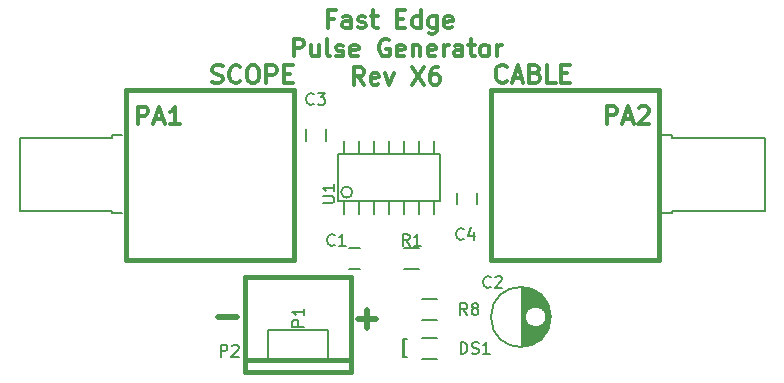
<source format=gbr>
G04 #@! TF.FileFunction,Legend,Top*
%FSLAX46Y46*%
G04 Gerber Fmt 4.6, Leading zero omitted, Abs format (unit mm)*
G04 Created by KiCad (PCBNEW (after 2015-mar-04 BZR unknown)-product) date 9/5/2017 9:59:39 AM*
%MOMM*%
G01*
G04 APERTURE LIST*
%ADD10C,0.150000*%
%ADD11C,0.200000*%
%ADD12C,0.300000*%
%ADD13C,0.508000*%
%ADD14C,0.381000*%
%ADD15C,0.127000*%
%ADD16C,0.152400*%
%ADD17C,0.375000*%
G04 APERTURE END LIST*
D10*
D11*
X23368000Y-30480000D02*
X23749000Y-30480000D01*
X23368000Y-28956000D02*
X23749000Y-28956000D01*
X23368000Y-30480000D02*
X23495000Y-30480000D01*
X23368000Y-28956000D02*
X23495000Y-28956000D01*
X23368000Y-30480000D02*
X23495000Y-30480000D01*
X23368000Y-28956000D02*
X23368000Y-30480000D01*
X23495000Y-28956000D02*
X23495000Y-30480000D01*
D12*
X32177315Y-7063514D02*
X32105886Y-7134943D01*
X31891600Y-7206371D01*
X31748743Y-7206371D01*
X31534458Y-7134943D01*
X31391600Y-6992086D01*
X31320172Y-6849229D01*
X31248743Y-6563514D01*
X31248743Y-6349229D01*
X31320172Y-6063514D01*
X31391600Y-5920657D01*
X31534458Y-5777800D01*
X31748743Y-5706371D01*
X31891600Y-5706371D01*
X32105886Y-5777800D01*
X32177315Y-5849229D01*
X32748743Y-6777800D02*
X33463029Y-6777800D01*
X32605886Y-7206371D02*
X33105886Y-5706371D01*
X33605886Y-7206371D01*
X34605886Y-6420657D02*
X34820172Y-6492086D01*
X34891600Y-6563514D01*
X34963029Y-6706371D01*
X34963029Y-6920657D01*
X34891600Y-7063514D01*
X34820172Y-7134943D01*
X34677314Y-7206371D01*
X34105886Y-7206371D01*
X34105886Y-5706371D01*
X34605886Y-5706371D01*
X34748743Y-5777800D01*
X34820172Y-5849229D01*
X34891600Y-5992086D01*
X34891600Y-6134943D01*
X34820172Y-6277800D01*
X34748743Y-6349229D01*
X34605886Y-6420657D01*
X34105886Y-6420657D01*
X36320172Y-7206371D02*
X35605886Y-7206371D01*
X35605886Y-5706371D01*
X36820172Y-6420657D02*
X37320172Y-6420657D01*
X37534458Y-7206371D02*
X36820172Y-7206371D01*
X36820172Y-5706371D01*
X37534458Y-5706371D01*
X7275143Y-7185743D02*
X7489429Y-7257171D01*
X7846572Y-7257171D01*
X7989429Y-7185743D01*
X8060858Y-7114314D01*
X8132286Y-6971457D01*
X8132286Y-6828600D01*
X8060858Y-6685743D01*
X7989429Y-6614314D01*
X7846572Y-6542886D01*
X7560858Y-6471457D01*
X7418000Y-6400029D01*
X7346572Y-6328600D01*
X7275143Y-6185743D01*
X7275143Y-6042886D01*
X7346572Y-5900029D01*
X7418000Y-5828600D01*
X7560858Y-5757171D01*
X7918000Y-5757171D01*
X8132286Y-5828600D01*
X9632286Y-7114314D02*
X9560857Y-7185743D01*
X9346571Y-7257171D01*
X9203714Y-7257171D01*
X8989429Y-7185743D01*
X8846571Y-7042886D01*
X8775143Y-6900029D01*
X8703714Y-6614314D01*
X8703714Y-6400029D01*
X8775143Y-6114314D01*
X8846571Y-5971457D01*
X8989429Y-5828600D01*
X9203714Y-5757171D01*
X9346571Y-5757171D01*
X9560857Y-5828600D01*
X9632286Y-5900029D01*
X10560857Y-5757171D02*
X10846571Y-5757171D01*
X10989429Y-5828600D01*
X11132286Y-5971457D01*
X11203714Y-6257171D01*
X11203714Y-6757171D01*
X11132286Y-7042886D01*
X10989429Y-7185743D01*
X10846571Y-7257171D01*
X10560857Y-7257171D01*
X10418000Y-7185743D01*
X10275143Y-7042886D01*
X10203714Y-6757171D01*
X10203714Y-6257171D01*
X10275143Y-5971457D01*
X10418000Y-5828600D01*
X10560857Y-5757171D01*
X11846572Y-7257171D02*
X11846572Y-5757171D01*
X12418000Y-5757171D01*
X12560858Y-5828600D01*
X12632286Y-5900029D01*
X12703715Y-6042886D01*
X12703715Y-6257171D01*
X12632286Y-6400029D01*
X12560858Y-6471457D01*
X12418000Y-6542886D01*
X11846572Y-6542886D01*
X13346572Y-6471457D02*
X13846572Y-6471457D01*
X14060858Y-7257171D02*
X13346572Y-7257171D01*
X13346572Y-5757171D01*
X14060858Y-5757171D01*
X17538572Y-1810857D02*
X17038572Y-1810857D01*
X17038572Y-2596571D02*
X17038572Y-1096571D01*
X17752858Y-1096571D01*
X18967143Y-2596571D02*
X18967143Y-1810857D01*
X18895714Y-1668000D01*
X18752857Y-1596571D01*
X18467143Y-1596571D01*
X18324286Y-1668000D01*
X18967143Y-2525143D02*
X18824286Y-2596571D01*
X18467143Y-2596571D01*
X18324286Y-2525143D01*
X18252857Y-2382286D01*
X18252857Y-2239429D01*
X18324286Y-2096571D01*
X18467143Y-2025143D01*
X18824286Y-2025143D01*
X18967143Y-1953714D01*
X19610000Y-2525143D02*
X19752857Y-2596571D01*
X20038572Y-2596571D01*
X20181429Y-2525143D01*
X20252857Y-2382286D01*
X20252857Y-2310857D01*
X20181429Y-2168000D01*
X20038572Y-2096571D01*
X19824286Y-2096571D01*
X19681429Y-2025143D01*
X19610000Y-1882286D01*
X19610000Y-1810857D01*
X19681429Y-1668000D01*
X19824286Y-1596571D01*
X20038572Y-1596571D01*
X20181429Y-1668000D01*
X20681429Y-1596571D02*
X21252858Y-1596571D01*
X20895715Y-1096571D02*
X20895715Y-2382286D01*
X20967143Y-2525143D01*
X21110001Y-2596571D01*
X21252858Y-2596571D01*
X22895715Y-1810857D02*
X23395715Y-1810857D01*
X23610001Y-2596571D02*
X22895715Y-2596571D01*
X22895715Y-1096571D01*
X23610001Y-1096571D01*
X24895715Y-2596571D02*
X24895715Y-1096571D01*
X24895715Y-2525143D02*
X24752858Y-2596571D01*
X24467144Y-2596571D01*
X24324286Y-2525143D01*
X24252858Y-2453714D01*
X24181429Y-2310857D01*
X24181429Y-1882286D01*
X24252858Y-1739429D01*
X24324286Y-1668000D01*
X24467144Y-1596571D01*
X24752858Y-1596571D01*
X24895715Y-1668000D01*
X26252858Y-1596571D02*
X26252858Y-2810857D01*
X26181429Y-2953714D01*
X26110001Y-3025143D01*
X25967144Y-3096571D01*
X25752858Y-3096571D01*
X25610001Y-3025143D01*
X26252858Y-2525143D02*
X26110001Y-2596571D01*
X25824287Y-2596571D01*
X25681429Y-2525143D01*
X25610001Y-2453714D01*
X25538572Y-2310857D01*
X25538572Y-1882286D01*
X25610001Y-1739429D01*
X25681429Y-1668000D01*
X25824287Y-1596571D01*
X26110001Y-1596571D01*
X26252858Y-1668000D01*
X27538572Y-2525143D02*
X27395715Y-2596571D01*
X27110001Y-2596571D01*
X26967144Y-2525143D01*
X26895715Y-2382286D01*
X26895715Y-1810857D01*
X26967144Y-1668000D01*
X27110001Y-1596571D01*
X27395715Y-1596571D01*
X27538572Y-1668000D01*
X27610001Y-1810857D01*
X27610001Y-1953714D01*
X26895715Y-2096571D01*
X14145715Y-4996571D02*
X14145715Y-3496571D01*
X14717143Y-3496571D01*
X14860001Y-3568000D01*
X14931429Y-3639429D01*
X15002858Y-3782286D01*
X15002858Y-3996571D01*
X14931429Y-4139429D01*
X14860001Y-4210857D01*
X14717143Y-4282286D01*
X14145715Y-4282286D01*
X16288572Y-3996571D02*
X16288572Y-4996571D01*
X15645715Y-3996571D02*
X15645715Y-4782286D01*
X15717143Y-4925143D01*
X15860001Y-4996571D01*
X16074286Y-4996571D01*
X16217143Y-4925143D01*
X16288572Y-4853714D01*
X17217144Y-4996571D02*
X17074286Y-4925143D01*
X17002858Y-4782286D01*
X17002858Y-3496571D01*
X17717143Y-4925143D02*
X17860000Y-4996571D01*
X18145715Y-4996571D01*
X18288572Y-4925143D01*
X18360000Y-4782286D01*
X18360000Y-4710857D01*
X18288572Y-4568000D01*
X18145715Y-4496571D01*
X17931429Y-4496571D01*
X17788572Y-4425143D01*
X17717143Y-4282286D01*
X17717143Y-4210857D01*
X17788572Y-4068000D01*
X17931429Y-3996571D01*
X18145715Y-3996571D01*
X18288572Y-4068000D01*
X19574286Y-4925143D02*
X19431429Y-4996571D01*
X19145715Y-4996571D01*
X19002858Y-4925143D01*
X18931429Y-4782286D01*
X18931429Y-4210857D01*
X19002858Y-4068000D01*
X19145715Y-3996571D01*
X19431429Y-3996571D01*
X19574286Y-4068000D01*
X19645715Y-4210857D01*
X19645715Y-4353714D01*
X18931429Y-4496571D01*
X22217143Y-3568000D02*
X22074286Y-3496571D01*
X21860000Y-3496571D01*
X21645715Y-3568000D01*
X21502857Y-3710857D01*
X21431429Y-3853714D01*
X21360000Y-4139429D01*
X21360000Y-4353714D01*
X21431429Y-4639429D01*
X21502857Y-4782286D01*
X21645715Y-4925143D01*
X21860000Y-4996571D01*
X22002857Y-4996571D01*
X22217143Y-4925143D01*
X22288572Y-4853714D01*
X22288572Y-4353714D01*
X22002857Y-4353714D01*
X23502857Y-4925143D02*
X23360000Y-4996571D01*
X23074286Y-4996571D01*
X22931429Y-4925143D01*
X22860000Y-4782286D01*
X22860000Y-4210857D01*
X22931429Y-4068000D01*
X23074286Y-3996571D01*
X23360000Y-3996571D01*
X23502857Y-4068000D01*
X23574286Y-4210857D01*
X23574286Y-4353714D01*
X22860000Y-4496571D01*
X24217143Y-3996571D02*
X24217143Y-4996571D01*
X24217143Y-4139429D02*
X24288571Y-4068000D01*
X24431429Y-3996571D01*
X24645714Y-3996571D01*
X24788571Y-4068000D01*
X24860000Y-4210857D01*
X24860000Y-4996571D01*
X26145714Y-4925143D02*
X26002857Y-4996571D01*
X25717143Y-4996571D01*
X25574286Y-4925143D01*
X25502857Y-4782286D01*
X25502857Y-4210857D01*
X25574286Y-4068000D01*
X25717143Y-3996571D01*
X26002857Y-3996571D01*
X26145714Y-4068000D01*
X26217143Y-4210857D01*
X26217143Y-4353714D01*
X25502857Y-4496571D01*
X26860000Y-4996571D02*
X26860000Y-3996571D01*
X26860000Y-4282286D02*
X26931428Y-4139429D01*
X27002857Y-4068000D01*
X27145714Y-3996571D01*
X27288571Y-3996571D01*
X28431428Y-4996571D02*
X28431428Y-4210857D01*
X28359999Y-4068000D01*
X28217142Y-3996571D01*
X27931428Y-3996571D01*
X27788571Y-4068000D01*
X28431428Y-4925143D02*
X28288571Y-4996571D01*
X27931428Y-4996571D01*
X27788571Y-4925143D01*
X27717142Y-4782286D01*
X27717142Y-4639429D01*
X27788571Y-4496571D01*
X27931428Y-4425143D01*
X28288571Y-4425143D01*
X28431428Y-4353714D01*
X28931428Y-3996571D02*
X29502857Y-3996571D01*
X29145714Y-3496571D02*
X29145714Y-4782286D01*
X29217142Y-4925143D01*
X29360000Y-4996571D01*
X29502857Y-4996571D01*
X30217143Y-4996571D02*
X30074285Y-4925143D01*
X30002857Y-4853714D01*
X29931428Y-4710857D01*
X29931428Y-4282286D01*
X30002857Y-4139429D01*
X30074285Y-4068000D01*
X30217143Y-3996571D01*
X30431428Y-3996571D01*
X30574285Y-4068000D01*
X30645714Y-4139429D01*
X30717143Y-4282286D01*
X30717143Y-4710857D01*
X30645714Y-4853714D01*
X30574285Y-4925143D01*
X30431428Y-4996571D01*
X30217143Y-4996571D01*
X31360000Y-4996571D02*
X31360000Y-3996571D01*
X31360000Y-4282286D02*
X31431428Y-4139429D01*
X31502857Y-4068000D01*
X31645714Y-3996571D01*
X31788571Y-3996571D01*
X20110001Y-7396571D02*
X19610001Y-6682286D01*
X19252858Y-7396571D02*
X19252858Y-5896571D01*
X19824286Y-5896571D01*
X19967144Y-5968000D01*
X20038572Y-6039429D01*
X20110001Y-6182286D01*
X20110001Y-6396571D01*
X20038572Y-6539429D01*
X19967144Y-6610857D01*
X19824286Y-6682286D01*
X19252858Y-6682286D01*
X21324286Y-7325143D02*
X21181429Y-7396571D01*
X20895715Y-7396571D01*
X20752858Y-7325143D01*
X20681429Y-7182286D01*
X20681429Y-6610857D01*
X20752858Y-6468000D01*
X20895715Y-6396571D01*
X21181429Y-6396571D01*
X21324286Y-6468000D01*
X21395715Y-6610857D01*
X21395715Y-6753714D01*
X20681429Y-6896571D01*
X21895715Y-6396571D02*
X22252858Y-7396571D01*
X22610000Y-6396571D01*
X24181429Y-5896571D02*
X25181429Y-7396571D01*
X25181429Y-5896571D02*
X24181429Y-7396571D01*
X26395714Y-5896571D02*
X26110000Y-5896571D01*
X25967143Y-5968000D01*
X25895714Y-6039429D01*
X25752857Y-6253714D01*
X25681428Y-6539429D01*
X25681428Y-7110857D01*
X25752857Y-7253714D01*
X25824285Y-7325143D01*
X25967143Y-7396571D01*
X26252857Y-7396571D01*
X26395714Y-7325143D01*
X26467143Y-7253714D01*
X26538571Y-7110857D01*
X26538571Y-6753714D01*
X26467143Y-6610857D01*
X26395714Y-6539429D01*
X26252857Y-6468000D01*
X25967143Y-6468000D01*
X25824285Y-6539429D01*
X25752857Y-6610857D01*
X25681428Y-6753714D01*
D13*
X7760305Y-27069143D02*
X9308495Y-27069143D01*
X19571305Y-27196143D02*
X21119495Y-27196143D01*
X20345400Y-27970238D02*
X20345400Y-26422048D01*
D14*
X19018000Y-31678000D02*
X19018000Y-23678000D01*
X10018000Y-31678000D02*
X10018000Y-23678000D01*
X19018000Y-23678000D02*
X10018000Y-23678000D01*
X19018000Y-30678000D02*
X10018000Y-30678000D01*
X19018000Y-31678000D02*
X10018000Y-31678000D01*
D15*
X17907000Y-13258800D02*
X17907000Y-17221200D01*
X17907000Y-17221200D02*
X26543000Y-17221200D01*
X26543000Y-17221200D02*
X26543000Y-13258800D01*
X26543000Y-13258800D02*
X17907000Y-13258800D01*
X19685000Y-13258800D02*
X19685000Y-12166600D01*
X20955000Y-13258800D02*
X20955000Y-12166600D01*
X22225000Y-13258800D02*
X22225000Y-12166600D01*
X18415000Y-13258800D02*
X18415000Y-12166600D01*
X23495000Y-12166600D02*
X23495000Y-13258800D01*
X24765000Y-12166600D02*
X24765000Y-13258800D01*
X26035000Y-12166600D02*
X26035000Y-13258800D01*
X26035000Y-17221200D02*
X26035000Y-18313400D01*
X24765000Y-17221200D02*
X24765000Y-18313400D01*
X18415000Y-17221200D02*
X18415000Y-18313400D01*
X19685000Y-18313400D02*
X19685000Y-17221200D01*
X23495000Y-18313400D02*
X23495000Y-17221200D01*
X22225000Y-18313400D02*
X22225000Y-17221200D01*
X20955000Y-18313400D02*
X20955000Y-17221200D01*
X19116067Y-16484600D02*
G75*
G03X19116067Y-16484600I-472467J0D01*
G01*
D14*
X14117600Y-22218200D02*
X-83540Y-22218200D01*
X-78460Y-22223280D02*
X-78460Y-7824020D01*
X-83540Y-7818940D02*
X14117600Y-7818940D01*
X14135380Y-22218200D02*
X14135380Y-7818940D01*
X30882400Y-7841800D02*
X45083540Y-7841800D01*
X45078460Y-7836720D02*
X45078460Y-22235980D01*
X45083540Y-22241060D02*
X30882400Y-22241060D01*
X30864620Y-7841800D02*
X30864620Y-22241060D01*
D16*
X17018000Y-28194000D02*
X17018000Y-30734000D01*
X17018000Y-30734000D02*
X11938000Y-30734000D01*
X11938000Y-30734000D02*
X11938000Y-28194000D01*
X11938000Y-28194000D02*
X17018000Y-28194000D01*
D10*
X33456000Y-24552000D02*
X33456000Y-29550000D01*
X33596000Y-24560000D02*
X33596000Y-29542000D01*
X33736000Y-24576000D02*
X33736000Y-26956000D01*
X33736000Y-27146000D02*
X33736000Y-29526000D01*
X33876000Y-24600000D02*
X33876000Y-26561000D01*
X33876000Y-27541000D02*
X33876000Y-29502000D01*
X34016000Y-24633000D02*
X34016000Y-26394000D01*
X34016000Y-27708000D02*
X34016000Y-29469000D01*
X34156000Y-24674000D02*
X34156000Y-26287000D01*
X34156000Y-27815000D02*
X34156000Y-29428000D01*
X34296000Y-24724000D02*
X34296000Y-26216000D01*
X34296000Y-27886000D02*
X34296000Y-29378000D01*
X34436000Y-24785000D02*
X34436000Y-26172000D01*
X34436000Y-27930000D02*
X34436000Y-29317000D01*
X34576000Y-24855000D02*
X34576000Y-26153000D01*
X34576000Y-27949000D02*
X34576000Y-29247000D01*
X34716000Y-24937000D02*
X34716000Y-26155000D01*
X34716000Y-27947000D02*
X34716000Y-29165000D01*
X34856000Y-25032000D02*
X34856000Y-26180000D01*
X34856000Y-27922000D02*
X34856000Y-29070000D01*
X34996000Y-25143000D02*
X34996000Y-26228000D01*
X34996000Y-27874000D02*
X34996000Y-28959000D01*
X35136000Y-25271000D02*
X35136000Y-26306000D01*
X35136000Y-27796000D02*
X35136000Y-28831000D01*
X35276000Y-25420000D02*
X35276000Y-26423000D01*
X35276000Y-27679000D02*
X35276000Y-28682000D01*
X35416000Y-25599000D02*
X35416000Y-26611000D01*
X35416000Y-27491000D02*
X35416000Y-28503000D01*
X35556000Y-25818000D02*
X35556000Y-28284000D01*
X35696000Y-26107000D02*
X35696000Y-27995000D01*
X35836000Y-26579000D02*
X35836000Y-27523000D01*
X35531000Y-27051000D02*
G75*
G03X35531000Y-27051000I-900000J0D01*
G01*
X35918500Y-27051000D02*
G75*
G03X35918500Y-27051000I-2537500J0D01*
G01*
X18804000Y-22948000D02*
X19804000Y-22948000D01*
X19804000Y-21248000D02*
X18804000Y-21248000D01*
X15150000Y-11130000D02*
X15150000Y-12130000D01*
X16850000Y-12130000D02*
X16850000Y-11130000D01*
X29679000Y-17518000D02*
X29679000Y-16518000D01*
X27979000Y-16518000D02*
X27979000Y-17518000D01*
X25054000Y-28843000D02*
X26254000Y-28843000D01*
X26254000Y-30593000D02*
X25054000Y-30593000D01*
X24730000Y-22973000D02*
X23530000Y-22973000D01*
X23530000Y-21223000D02*
X24730000Y-21223000D01*
X26254000Y-27291000D02*
X25054000Y-27291000D01*
X25054000Y-25541000D02*
X26254000Y-25541000D01*
X-9060000Y-11886000D02*
X-9060000Y-18086000D01*
X-1260000Y-11886000D02*
X-9060000Y-11886000D01*
X-1260000Y-18086000D02*
X-9060000Y-18086000D01*
X-360000Y-11686000D02*
X-1260000Y-11686000D01*
X-1260000Y-11686000D02*
X-1260000Y-11886000D01*
X-360000Y-18286000D02*
X-1260000Y-18286000D01*
X-1260000Y-18286000D02*
X-1260000Y-18086000D01*
X-1260000Y-18086000D02*
X-4460000Y-18086000D01*
X-1260000Y-11886000D02*
X-4460000Y-11886000D01*
X54018000Y-18086000D02*
X54018000Y-11886000D01*
X46218000Y-18086000D02*
X54018000Y-18086000D01*
X46218000Y-11886000D02*
X54018000Y-11886000D01*
X45318000Y-18286000D02*
X46218000Y-18286000D01*
X46218000Y-18286000D02*
X46218000Y-18086000D01*
X45318000Y-11686000D02*
X46218000Y-11686000D01*
X46218000Y-11686000D02*
X46218000Y-11886000D01*
X46218000Y-11886000D02*
X49418000Y-11886000D01*
X46218000Y-18086000D02*
X49418000Y-18086000D01*
X7969905Y-30410381D02*
X7969905Y-29410381D01*
X8350858Y-29410381D01*
X8446096Y-29458000D01*
X8493715Y-29505619D01*
X8541334Y-29600857D01*
X8541334Y-29743714D01*
X8493715Y-29838952D01*
X8446096Y-29886571D01*
X8350858Y-29934190D01*
X7969905Y-29934190D01*
X8922286Y-29505619D02*
X8969905Y-29458000D01*
X9065143Y-29410381D01*
X9303239Y-29410381D01*
X9398477Y-29458000D01*
X9446096Y-29505619D01*
X9493715Y-29600857D01*
X9493715Y-29696095D01*
X9446096Y-29838952D01*
X8874667Y-30410381D01*
X9493715Y-30410381D01*
X16597381Y-17398905D02*
X17406905Y-17398905D01*
X17502143Y-17351286D01*
X17549762Y-17303667D01*
X17597381Y-17208429D01*
X17597381Y-17017952D01*
X17549762Y-16922714D01*
X17502143Y-16875095D01*
X17406905Y-16827476D01*
X16597381Y-16827476D01*
X17597381Y-15827476D02*
X17597381Y-16398905D01*
X17597381Y-16113191D02*
X16597381Y-16113191D01*
X16740238Y-16208429D01*
X16835476Y-16303667D01*
X16883095Y-16398905D01*
X15031981Y-27865295D02*
X14031981Y-27865295D01*
X14031981Y-27484342D01*
X14079600Y-27389104D01*
X14127219Y-27341485D01*
X14222457Y-27293866D01*
X14365314Y-27293866D01*
X14460552Y-27341485D01*
X14508171Y-27389104D01*
X14555790Y-27484342D01*
X14555790Y-27865295D01*
X15031981Y-26341485D02*
X15031981Y-26912914D01*
X15031981Y-26627200D02*
X14031981Y-26627200D01*
X14174838Y-26722438D01*
X14270076Y-26817676D01*
X14317695Y-26912914D01*
X30821334Y-24487143D02*
X30773715Y-24534762D01*
X30630858Y-24582381D01*
X30535620Y-24582381D01*
X30392762Y-24534762D01*
X30297524Y-24439524D01*
X30249905Y-24344286D01*
X30202286Y-24153810D01*
X30202286Y-24010952D01*
X30249905Y-23820476D01*
X30297524Y-23725238D01*
X30392762Y-23630000D01*
X30535620Y-23582381D01*
X30630858Y-23582381D01*
X30773715Y-23630000D01*
X30821334Y-23677619D01*
X31202286Y-23677619D02*
X31249905Y-23630000D01*
X31345143Y-23582381D01*
X31583239Y-23582381D01*
X31678477Y-23630000D01*
X31726096Y-23677619D01*
X31773715Y-23772857D01*
X31773715Y-23868095D01*
X31726096Y-24010952D01*
X31154667Y-24582381D01*
X31773715Y-24582381D01*
X17613334Y-20931143D02*
X17565715Y-20978762D01*
X17422858Y-21026381D01*
X17327620Y-21026381D01*
X17184762Y-20978762D01*
X17089524Y-20883524D01*
X17041905Y-20788286D01*
X16994286Y-20597810D01*
X16994286Y-20454952D01*
X17041905Y-20264476D01*
X17089524Y-20169238D01*
X17184762Y-20074000D01*
X17327620Y-20026381D01*
X17422858Y-20026381D01*
X17565715Y-20074000D01*
X17613334Y-20121619D01*
X18565715Y-21026381D02*
X17994286Y-21026381D01*
X18280000Y-21026381D02*
X18280000Y-20026381D01*
X18184762Y-20169238D01*
X18089524Y-20264476D01*
X17994286Y-20312095D01*
X15835334Y-8993143D02*
X15787715Y-9040762D01*
X15644858Y-9088381D01*
X15549620Y-9088381D01*
X15406762Y-9040762D01*
X15311524Y-8945524D01*
X15263905Y-8850286D01*
X15216286Y-8659810D01*
X15216286Y-8516952D01*
X15263905Y-8326476D01*
X15311524Y-8231238D01*
X15406762Y-8136000D01*
X15549620Y-8088381D01*
X15644858Y-8088381D01*
X15787715Y-8136000D01*
X15835334Y-8183619D01*
X16168667Y-8088381D02*
X16787715Y-8088381D01*
X16454381Y-8469333D01*
X16597239Y-8469333D01*
X16692477Y-8516952D01*
X16740096Y-8564571D01*
X16787715Y-8659810D01*
X16787715Y-8897905D01*
X16740096Y-8993143D01*
X16692477Y-9040762D01*
X16597239Y-9088381D01*
X16311524Y-9088381D01*
X16216286Y-9040762D01*
X16168667Y-8993143D01*
X28535334Y-20423143D02*
X28487715Y-20470762D01*
X28344858Y-20518381D01*
X28249620Y-20518381D01*
X28106762Y-20470762D01*
X28011524Y-20375524D01*
X27963905Y-20280286D01*
X27916286Y-20089810D01*
X27916286Y-19946952D01*
X27963905Y-19756476D01*
X28011524Y-19661238D01*
X28106762Y-19566000D01*
X28249620Y-19518381D01*
X28344858Y-19518381D01*
X28487715Y-19566000D01*
X28535334Y-19613619D01*
X29392477Y-19851714D02*
X29392477Y-20518381D01*
X29154381Y-19470762D02*
X28916286Y-20185048D01*
X29535334Y-20185048D01*
X28275114Y-30170381D02*
X28275114Y-29170381D01*
X28513209Y-29170381D01*
X28656067Y-29218000D01*
X28751305Y-29313238D01*
X28798924Y-29408476D01*
X28846543Y-29598952D01*
X28846543Y-29741810D01*
X28798924Y-29932286D01*
X28751305Y-30027524D01*
X28656067Y-30122762D01*
X28513209Y-30170381D01*
X28275114Y-30170381D01*
X29227495Y-30122762D02*
X29370352Y-30170381D01*
X29608448Y-30170381D01*
X29703686Y-30122762D01*
X29751305Y-30075143D01*
X29798924Y-29979905D01*
X29798924Y-29884667D01*
X29751305Y-29789429D01*
X29703686Y-29741810D01*
X29608448Y-29694190D01*
X29417971Y-29646571D01*
X29322733Y-29598952D01*
X29275114Y-29551333D01*
X29227495Y-29456095D01*
X29227495Y-29360857D01*
X29275114Y-29265619D01*
X29322733Y-29218000D01*
X29417971Y-29170381D01*
X29656067Y-29170381D01*
X29798924Y-29218000D01*
X30751305Y-30170381D02*
X30179876Y-30170381D01*
X30465590Y-30170381D02*
X30465590Y-29170381D01*
X30370352Y-29313238D01*
X30275114Y-29408476D01*
X30179876Y-29456095D01*
X23963334Y-21026381D02*
X23630000Y-20550190D01*
X23391905Y-21026381D02*
X23391905Y-20026381D01*
X23772858Y-20026381D01*
X23868096Y-20074000D01*
X23915715Y-20121619D01*
X23963334Y-20216857D01*
X23963334Y-20359714D01*
X23915715Y-20454952D01*
X23868096Y-20502571D01*
X23772858Y-20550190D01*
X23391905Y-20550190D01*
X24915715Y-21026381D02*
X24344286Y-21026381D01*
X24630000Y-21026381D02*
X24630000Y-20026381D01*
X24534762Y-20169238D01*
X24439524Y-20264476D01*
X24344286Y-20312095D01*
X28840134Y-26868381D02*
X28506800Y-26392190D01*
X28268705Y-26868381D02*
X28268705Y-25868381D01*
X28649658Y-25868381D01*
X28744896Y-25916000D01*
X28792515Y-25963619D01*
X28840134Y-26058857D01*
X28840134Y-26201714D01*
X28792515Y-26296952D01*
X28744896Y-26344571D01*
X28649658Y-26392190D01*
X28268705Y-26392190D01*
X29411562Y-26296952D02*
X29316324Y-26249333D01*
X29268705Y-26201714D01*
X29221086Y-26106476D01*
X29221086Y-26058857D01*
X29268705Y-25963619D01*
X29316324Y-25916000D01*
X29411562Y-25868381D01*
X29602039Y-25868381D01*
X29697277Y-25916000D01*
X29744896Y-25963619D01*
X29792515Y-26058857D01*
X29792515Y-26106476D01*
X29744896Y-26201714D01*
X29697277Y-26249333D01*
X29602039Y-26296952D01*
X29411562Y-26296952D01*
X29316324Y-26344571D01*
X29268705Y-26392190D01*
X29221086Y-26487429D01*
X29221086Y-26677905D01*
X29268705Y-26773143D01*
X29316324Y-26820762D01*
X29411562Y-26868381D01*
X29602039Y-26868381D01*
X29697277Y-26820762D01*
X29744896Y-26773143D01*
X29792515Y-26677905D01*
X29792515Y-26487429D01*
X29744896Y-26392190D01*
X29697277Y-26344571D01*
X29602039Y-26296952D01*
D17*
X967801Y-10736971D02*
X967801Y-9236971D01*
X1539229Y-9236971D01*
X1682087Y-9308400D01*
X1753515Y-9379829D01*
X1824944Y-9522686D01*
X1824944Y-9736971D01*
X1753515Y-9879829D01*
X1682087Y-9951257D01*
X1539229Y-10022686D01*
X967801Y-10022686D01*
X2396372Y-10308400D02*
X3110658Y-10308400D01*
X2253515Y-10736971D02*
X2753515Y-9236971D01*
X3253515Y-10736971D01*
X4539229Y-10736971D02*
X3682086Y-10736971D01*
X4110658Y-10736971D02*
X4110658Y-9236971D01*
X3967801Y-9451257D01*
X3824943Y-9594114D01*
X3682086Y-9665543D01*
X40668001Y-10686171D02*
X40668001Y-9186171D01*
X41239429Y-9186171D01*
X41382287Y-9257600D01*
X41453715Y-9329029D01*
X41525144Y-9471886D01*
X41525144Y-9686171D01*
X41453715Y-9829029D01*
X41382287Y-9900457D01*
X41239429Y-9971886D01*
X40668001Y-9971886D01*
X42096572Y-10257600D02*
X42810858Y-10257600D01*
X41953715Y-10686171D02*
X42453715Y-9186171D01*
X42953715Y-10686171D01*
X43382286Y-9329029D02*
X43453715Y-9257600D01*
X43596572Y-9186171D01*
X43953715Y-9186171D01*
X44096572Y-9257600D01*
X44168001Y-9329029D01*
X44239429Y-9471886D01*
X44239429Y-9614743D01*
X44168001Y-9829029D01*
X43310858Y-10686171D01*
X44239429Y-10686171D01*
M02*

</source>
